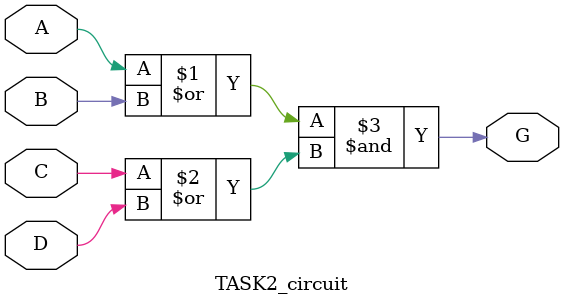
<source format=v>
`timescale 1ns / 1ps

module TASK2_circuit(
    input A,
    input B,
    input C,
    input D,
    output G
    );

assign G = (A|B)&(C|D);
endmodule

</source>
